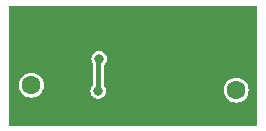
<source format=gbr>
%TF.GenerationSoftware,KiCad,Pcbnew,7.0.7*%
%TF.CreationDate,2023-11-19T09:16:51+03:00*%
%TF.ProjectId,Main_PCB_002,4d61696e-5f50-4434-925f-3030322e6b69,rev?*%
%TF.SameCoordinates,Original*%
%TF.FileFunction,Copper,L2,Bot*%
%TF.FilePolarity,Positive*%
%FSLAX46Y46*%
G04 Gerber Fmt 4.6, Leading zero omitted, Abs format (unit mm)*
G04 Created by KiCad (PCBNEW 7.0.7) date 2023-11-19 09:16:51*
%MOMM*%
%LPD*%
G01*
G04 APERTURE LIST*
%TA.AperFunction,ComponentPad*%
%ADD10C,1.600000*%
%TD*%
%TA.AperFunction,ViaPad*%
%ADD11C,0.800000*%
%TD*%
%TA.AperFunction,ViaPad*%
%ADD12C,0.600000*%
%TD*%
%TA.AperFunction,Conductor*%
%ADD13C,0.250000*%
%TD*%
%TA.AperFunction,Conductor*%
%ADD14C,0.400000*%
%TD*%
G04 APERTURE END LIST*
D10*
%TO.P,D27,1,Conn*%
%TO.N,Net-(D27-Conn)*%
X122322500Y-103505000D03*
%TD*%
%TO.P,D30,1,Conn*%
%TO.N,GND2*%
X122271700Y-99415600D03*
%TD*%
%TO.P,D29,1,Conn*%
%TO.N,Net-(D29-Conn)*%
X139670700Y-103936800D03*
%TD*%
%TO.P,D28,1,Conn*%
%TO.N,GND2*%
X139569100Y-99542600D03*
%TD*%
D11*
%TO.N,GND2*%
X129434332Y-104007899D03*
D12*
X132715000Y-104107899D03*
X133485421Y-100919500D03*
X138811000Y-102108000D03*
X127508000Y-98044000D03*
X131445000Y-102870000D03*
X126746000Y-100584000D03*
X122936000Y-101600000D03*
X126238000Y-105410000D03*
X123444000Y-104140000D03*
X130302000Y-105410000D03*
X125603000Y-101346000D03*
X128338413Y-99269060D03*
X135509000Y-100694900D03*
X138049000Y-104140000D03*
X126956297Y-102743000D03*
X121158000Y-102108000D03*
X131445000Y-101854000D03*
X134112000Y-104140000D03*
X128270000Y-105410000D03*
X132588000Y-105410000D03*
X130810000Y-104013000D03*
X136511970Y-104196471D03*
X124206000Y-105410000D03*
X120884388Y-104541057D03*
X134874000Y-105410000D03*
X136510757Y-102296190D03*
X137287000Y-102362000D03*
X132482500Y-99695000D03*
X130048000Y-99187000D03*
X133604000Y-102616000D03*
D11*
%TO.N,Net-(D27-Conn)*%
X128055502Y-101268326D03*
X127982943Y-104008067D03*
%TD*%
D13*
%TO.N,Net-(D27-Conn)*%
X127982943Y-101340885D02*
X128055502Y-101268326D01*
D14*
X127982943Y-104008067D02*
X127982943Y-101340885D01*
%TD*%
%TA.AperFunction,Conductor*%
%TO.N,GND2*%
G36*
X141410539Y-96804185D02*
G01*
X141456294Y-96856989D01*
X141467500Y-96908500D01*
X141467500Y-106799500D01*
X141447815Y-106866539D01*
X141395011Y-106912294D01*
X141343500Y-106923500D01*
X120530500Y-106923500D01*
X120463461Y-106903815D01*
X120417706Y-106851011D01*
X120406500Y-106799500D01*
X120406500Y-103505000D01*
X121266917Y-103505000D01*
X121287199Y-103710932D01*
X121317234Y-103809944D01*
X121347268Y-103908954D01*
X121444815Y-104091450D01*
X121444817Y-104091452D01*
X121576089Y-104251410D01*
X121672709Y-104330702D01*
X121736050Y-104382685D01*
X121918546Y-104480232D01*
X122116566Y-104540300D01*
X122116565Y-104540300D01*
X122136847Y-104542297D01*
X122322500Y-104560583D01*
X122528434Y-104540300D01*
X122726454Y-104480232D01*
X122908950Y-104382685D01*
X123068910Y-104251410D01*
X123200185Y-104091450D01*
X123244755Y-104008067D01*
X127327665Y-104008067D01*
X127346705Y-104164885D01*
X127402723Y-104312589D01*
X127402723Y-104312590D01*
X127492460Y-104442597D01*
X127610703Y-104547350D01*
X127610705Y-104547351D01*
X127750577Y-104620763D01*
X127903957Y-104658567D01*
X127903958Y-104658567D01*
X128061928Y-104658567D01*
X128215308Y-104620763D01*
X128215308Y-104620762D01*
X128355183Y-104547350D01*
X128473426Y-104442597D01*
X128563163Y-104312590D01*
X128619180Y-104164885D01*
X128638221Y-104008067D01*
X128629568Y-103936800D01*
X138615117Y-103936800D01*
X138635399Y-104142732D01*
X138635400Y-104142734D01*
X138695468Y-104340754D01*
X138793015Y-104523250D01*
X138812793Y-104547350D01*
X138924289Y-104683210D01*
X139020909Y-104762502D01*
X139084250Y-104814485D01*
X139266746Y-104912032D01*
X139464766Y-104972100D01*
X139464765Y-104972100D01*
X139483229Y-104973918D01*
X139670700Y-104992383D01*
X139876634Y-104972100D01*
X140074654Y-104912032D01*
X140257150Y-104814485D01*
X140417110Y-104683210D01*
X140548385Y-104523250D01*
X140645932Y-104340754D01*
X140706000Y-104142734D01*
X140726283Y-103936800D01*
X140706000Y-103730866D01*
X140645932Y-103532846D01*
X140548385Y-103350350D01*
X140496402Y-103287009D01*
X140417110Y-103190389D01*
X140257152Y-103059117D01*
X140257153Y-103059117D01*
X140257150Y-103059115D01*
X140074654Y-102961568D01*
X139876634Y-102901500D01*
X139876632Y-102901499D01*
X139876634Y-102901499D01*
X139689163Y-102883035D01*
X139670700Y-102881217D01*
X139670699Y-102881217D01*
X139464767Y-102901499D01*
X139266743Y-102961569D01*
X139156597Y-103020443D01*
X139084250Y-103059115D01*
X139084248Y-103059116D01*
X139084247Y-103059117D01*
X138924289Y-103190389D01*
X138793017Y-103350347D01*
X138695469Y-103532843D01*
X138635399Y-103730867D01*
X138615117Y-103936800D01*
X128629568Y-103936800D01*
X128619180Y-103851249D01*
X128563163Y-103703544D01*
X128473426Y-103573537D01*
X128473422Y-103573533D01*
X128468452Y-103567923D01*
X128469897Y-103566642D01*
X128438091Y-103515942D01*
X128433443Y-103482314D01*
X128433443Y-101858365D01*
X128453128Y-101791326D01*
X128475217Y-101765550D01*
X128545984Y-101702857D01*
X128545985Y-101702856D01*
X128635722Y-101572849D01*
X128691739Y-101425144D01*
X128710780Y-101268326D01*
X128691739Y-101111508D01*
X128635722Y-100963803D01*
X128545985Y-100833796D01*
X128427742Y-100729043D01*
X128427740Y-100729042D01*
X128427739Y-100729041D01*
X128287867Y-100655629D01*
X128134488Y-100617826D01*
X128134487Y-100617826D01*
X127976517Y-100617826D01*
X127976516Y-100617826D01*
X127823136Y-100655629D01*
X127683264Y-100729041D01*
X127565018Y-100833797D01*
X127475283Y-100963801D01*
X127475282Y-100963802D01*
X127419264Y-101111507D01*
X127400224Y-101268325D01*
X127400224Y-101268326D01*
X127419264Y-101425144D01*
X127475282Y-101572849D01*
X127475283Y-101572852D01*
X127510492Y-101623859D01*
X127532376Y-101690213D01*
X127532443Y-101694300D01*
X127532443Y-103482307D01*
X127512758Y-103549346D01*
X127497096Y-103567623D01*
X127497434Y-103567923D01*
X127492458Y-103573539D01*
X127402724Y-103703542D01*
X127402723Y-103703543D01*
X127346705Y-103851248D01*
X127327665Y-104008066D01*
X127327665Y-104008067D01*
X123244755Y-104008067D01*
X123297732Y-103908954D01*
X123357800Y-103710934D01*
X123378083Y-103505000D01*
X123357800Y-103299066D01*
X123297732Y-103101046D01*
X123200185Y-102918550D01*
X123148202Y-102855209D01*
X123068910Y-102758589D01*
X122908952Y-102627317D01*
X122908953Y-102627317D01*
X122908950Y-102627315D01*
X122726454Y-102529768D01*
X122528434Y-102469700D01*
X122528432Y-102469699D01*
X122528434Y-102469699D01*
X122322500Y-102449417D01*
X122116567Y-102469699D01*
X121918543Y-102529769D01*
X121808397Y-102588643D01*
X121736050Y-102627315D01*
X121736048Y-102627316D01*
X121736047Y-102627317D01*
X121576089Y-102758589D01*
X121444817Y-102918547D01*
X121347269Y-103101043D01*
X121287199Y-103299067D01*
X121266917Y-103505000D01*
X120406500Y-103505000D01*
X120406500Y-96908500D01*
X120426185Y-96841461D01*
X120478989Y-96795706D01*
X120530500Y-96784500D01*
X141343500Y-96784500D01*
X141410539Y-96804185D01*
G37*
%TD.AperFunction*%
%TD*%
M02*

</source>
